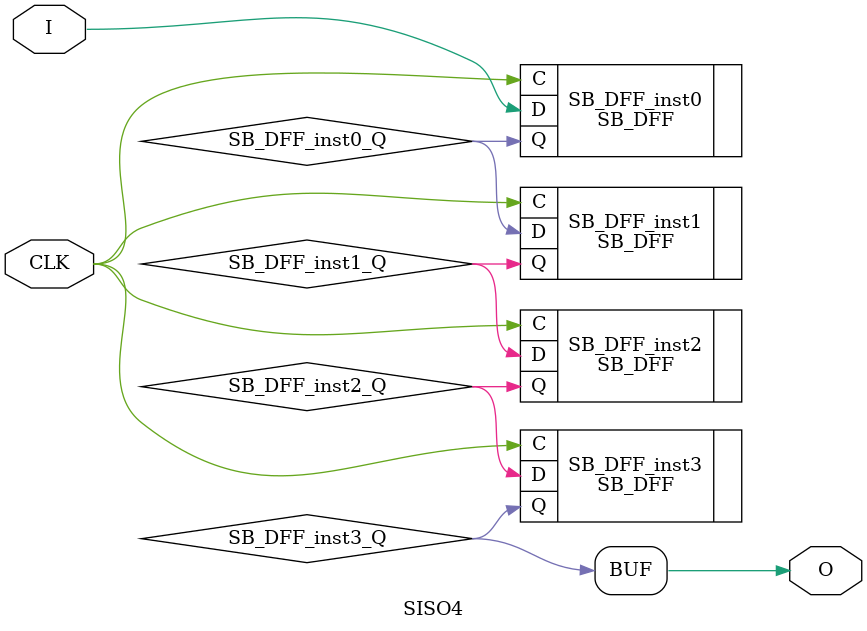
<source format=v>
module SISO4 (input  I, output  O, input  CLK);
wire  SB_DFF_inst0_Q;
wire  SB_DFF_inst1_Q;
wire  SB_DFF_inst2_Q;
wire  SB_DFF_inst3_Q;
SB_DFF SB_DFF_inst0 (.C(CLK), .D(I), .Q(SB_DFF_inst0_Q));
SB_DFF SB_DFF_inst1 (.C(CLK), .D(SB_DFF_inst0_Q), .Q(SB_DFF_inst1_Q));
SB_DFF SB_DFF_inst2 (.C(CLK), .D(SB_DFF_inst1_Q), .Q(SB_DFF_inst2_Q));
SB_DFF SB_DFF_inst3 (.C(CLK), .D(SB_DFF_inst2_Q), .Q(SB_DFF_inst3_Q));
assign O = SB_DFF_inst3_Q;
endmodule


</source>
